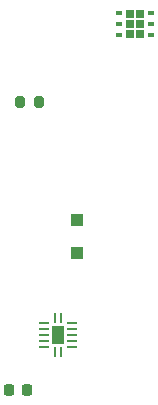
<source format=gbr>
%TF.GenerationSoftware,KiCad,Pcbnew,7.0.2-0*%
%TF.CreationDate,2023-12-18T16:01:05-05:00*%
%TF.ProjectId,AirCar-Proto,41697243-6172-42d5-9072-6f746f2e6b69,rev?*%
%TF.SameCoordinates,Original*%
%TF.FileFunction,Paste,Top*%
%TF.FilePolarity,Positive*%
%FSLAX46Y46*%
G04 Gerber Fmt 4.6, Leading zero omitted, Abs format (unit mm)*
G04 Created by KiCad (PCBNEW 7.0.2-0) date 2023-12-18 16:01:05*
%MOMM*%
%LPD*%
G01*
G04 APERTURE LIST*
G04 Aperture macros list*
%AMRoundRect*
0 Rectangle with rounded corners*
0 $1 Rounding radius*
0 $2 $3 $4 $5 $6 $7 $8 $9 X,Y pos of 4 corners*
0 Add a 4 corners polygon primitive as box body*
4,1,4,$2,$3,$4,$5,$6,$7,$8,$9,$2,$3,0*
0 Add four circle primitives for the rounded corners*
1,1,$1+$1,$2,$3*
1,1,$1+$1,$4,$5*
1,1,$1+$1,$6,$7*
1,1,$1+$1,$8,$9*
0 Add four rect primitives between the rounded corners*
20,1,$1+$1,$2,$3,$4,$5,0*
20,1,$1+$1,$4,$5,$6,$7,0*
20,1,$1+$1,$6,$7,$8,$9,0*
20,1,$1+$1,$8,$9,$2,$3,0*%
G04 Aperture macros list end*
%ADD10RoundRect,0.250000X0.300000X-0.300000X0.300000X0.300000X-0.300000X0.300000X-0.300000X-0.300000X0*%
%ADD11RoundRect,0.200000X-0.200000X-0.275000X0.200000X-0.275000X0.200000X0.275000X-0.200000X0.275000X0*%
%ADD12R,0.254000X0.812800*%
%ADD13R,0.812800X0.254000*%
%ADD14R,1.092200X1.574800*%
%ADD15RoundRect,0.225000X0.225000X0.250000X-0.225000X0.250000X-0.225000X-0.250000X0.225000X-0.250000X0*%
%ADD16R,0.660000X0.730000*%
%ADD17R,0.630000X0.450000*%
G04 APERTURE END LIST*
D10*
%TO.C,D1*%
X110380000Y-80810000D03*
X110380000Y-78010000D03*
%TD*%
D11*
%TO.C,R1*%
X105525000Y-68010000D03*
X107175000Y-68010000D03*
%TD*%
D12*
%TO.C,U3*%
X108532200Y-86312200D03*
D13*
X107588400Y-86759999D03*
X107588400Y-87260001D03*
X107588400Y-87760000D03*
X107588400Y-88259999D03*
X107588400Y-88760001D03*
D12*
X108532200Y-89207800D03*
X109032200Y-89207800D03*
D13*
X109976000Y-88760001D03*
X109976000Y-88259999D03*
X109976000Y-87760000D03*
X109976000Y-87260001D03*
X109976000Y-86759999D03*
D12*
X109032200Y-86312200D03*
D14*
X108782200Y-87760000D03*
%TD*%
D15*
%TO.C,C2*%
X106180000Y-92410000D03*
X104630000Y-92410000D03*
%TD*%
D16*
%TO.C,U2*%
X114877800Y-60578960D03*
X114877800Y-61444960D03*
X114877800Y-62310960D03*
X115727800Y-60578960D03*
X115727800Y-61444960D03*
X115727800Y-62310960D03*
D17*
X113962800Y-60494960D03*
X113962800Y-61444960D03*
X113962800Y-62394960D03*
X116642800Y-62394960D03*
X116642800Y-61444960D03*
X116642800Y-60494960D03*
%TD*%
M02*

</source>
